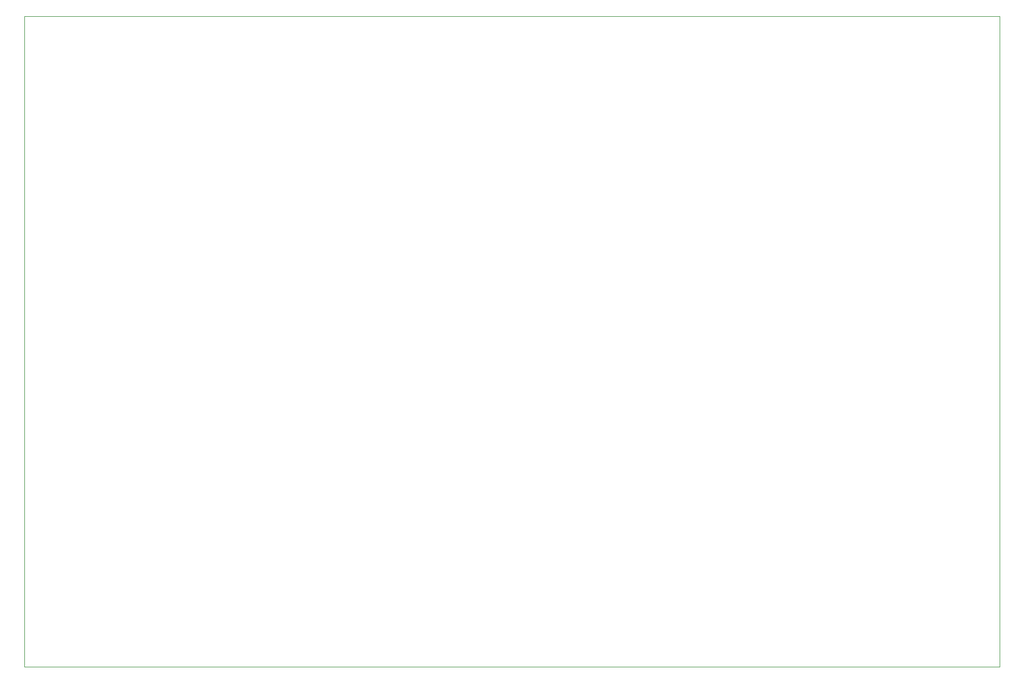
<source format=gbr>
%TF.GenerationSoftware,KiCad,Pcbnew,(6.0.2)*%
%TF.CreationDate,2022-06-17T14:25:20-05:00*%
%TF.ProjectId,Snap_Station,536e6170-5f53-4746-9174-696f6e2e6b69,rev?*%
%TF.SameCoordinates,Original*%
%TF.FileFunction,Profile,NP*%
%FSLAX46Y46*%
G04 Gerber Fmt 4.6, Leading zero omitted, Abs format (unit mm)*
G04 Created by KiCad (PCBNEW (6.0.2)) date 2022-06-17 14:25:20*
%MOMM*%
%LPD*%
G01*
G04 APERTURE LIST*
%TA.AperFunction,Profile*%
%ADD10C,0.002000*%
%TD*%
G04 APERTURE END LIST*
D10*
X76233000Y-149444000D02*
X76233000Y-47694000D01*
X76233000Y-47694000D02*
X228733000Y-47694000D01*
X228733000Y-47694000D02*
X228733000Y-149444000D01*
X228733000Y-149444000D02*
X76233000Y-149444000D01*
M02*

</source>
